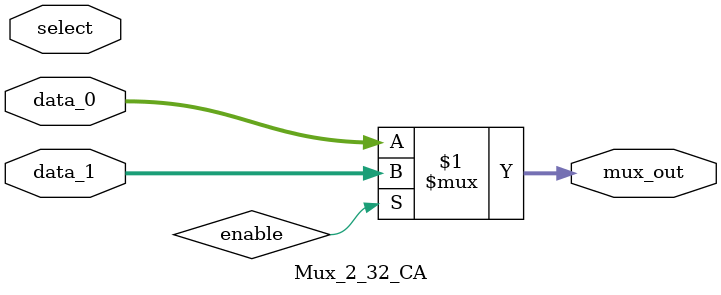
<source format=v>
module Mux_2_32_CA (mux_out, data_1, data_0, select);
	  parameter	word_size = 32;
	  output 	[word_size -1: 0] mux_out;
 	  input 	[word_size -1: 0] data_1, data_0;
	  input 			 	select;
	   
	  assign mux_out = enable ? data_1 : data_0;
endmodule


</source>
